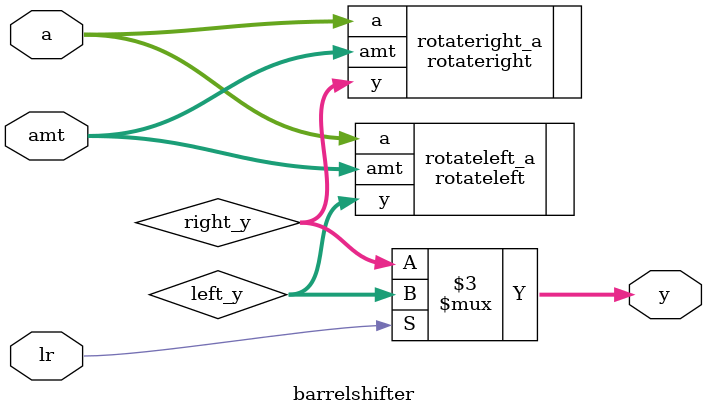
<source format=sv>

module barrelshifter (
  input logic        lr, // 1 - left, 0 - right
  input logic [7:0]  a,
  input logic [2:0]  amt,
  output logic [7:0] y
);
  logic [7:0] left_y, right_y;

  rotateleft rotateleft_a (
    .a,
    .amt,
    .y(left_y)
  );
  rotateright rotateright_a (
    .a,
    .amt,
    .y(right_y)
  );

  always_comb begin
    if (lr)
      y = left_y;
    else
      y = right_y;
  end
endmodule

</source>
